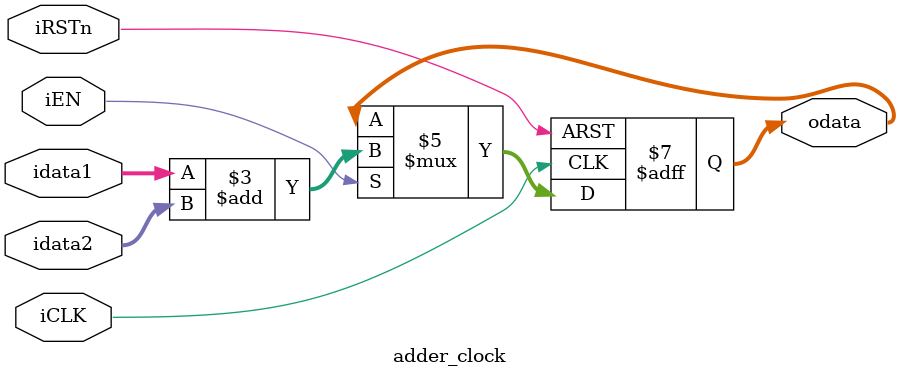
<source format=v>
module adder_clock(iCLK,
                   iRSTn,
                   iEN,
                   idata1,
                   idata2,
                   odata);
    
    parameter WL = 4;
    
    input		iCLK;
    input		iRSTn;
    input		iEN;
    input	[WL-1:0]	idata1;
    input	[WL-1:0]	idata2;
    output	[WL:0]		odata;
    
    reg		[WL:0]		odata;
    
    always @(negedge iRSTn or posedge iCLK)
    begin
        if (~iRSTn)
        begin
            odata <= 0 ;
        end
        else if (iEN)
        begin
            odata <= idata1 + idata2;
        end
        else
        begin
            odata <= odata;
        end
    end
    
endmodule

</source>
